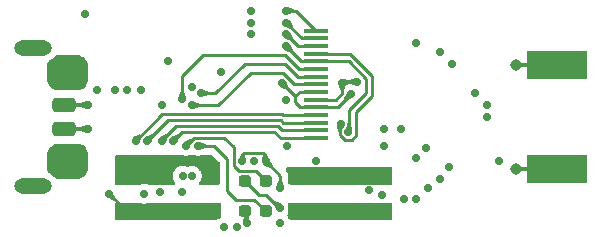
<source format=gtl>
G04 #@! TF.GenerationSoftware,KiCad,Pcbnew,9.0.0*
G04 #@! TF.CreationDate,2025-04-06T23:20:39+02:00*
G04 #@! TF.ProjectId,RF-to-USB,52462d74-6f2d-4555-9342-2e6b69636164,rev?*
G04 #@! TF.SameCoordinates,Original*
G04 #@! TF.FileFunction,Copper,L1,Top*
G04 #@! TF.FilePolarity,Positive*
%FSLAX46Y46*%
G04 Gerber Fmt 4.6, Leading zero omitted, Abs format (unit mm)*
G04 Created by KiCad (PCBNEW 9.0.0) date 2025-04-06 23:20:39*
%MOMM*%
%LPD*%
G01*
G04 APERTURE LIST*
G04 Aperture macros list*
%AMRoundRect*
0 Rectangle with rounded corners*
0 $1 Rounding radius*
0 $2 $3 $4 $5 $6 $7 $8 $9 X,Y pos of 4 corners*
0 Add a 4 corners polygon primitive as box body*
4,1,4,$2,$3,$4,$5,$6,$7,$8,$9,$2,$3,0*
0 Add four circle primitives for the rounded corners*
1,1,$1+$1,$2,$3*
1,1,$1+$1,$4,$5*
1,1,$1+$1,$6,$7*
1,1,$1+$1,$8,$9*
0 Add four rect primitives between the rounded corners*
20,1,$1+$1,$2,$3,$4,$5,0*
20,1,$1+$1,$4,$5,$6,$7,0*
20,1,$1+$1,$6,$7,$8,$9,0*
20,1,$1+$1,$8,$9,$2,$3,0*%
G04 Aperture macros list end*
G04 #@! TA.AperFunction,SMDPad,CuDef*
%ADD10RoundRect,0.060000X-0.940000X-0.140000X0.940000X-0.140000X0.940000X0.140000X-0.940000X0.140000X0*%
G04 #@! TD*
G04 #@! TA.AperFunction,SMDPad,CuDef*
%ADD11RoundRect,0.300000X0.700000X0.300000X-0.700000X0.300000X-0.700000X-0.300000X0.700000X-0.300000X0*%
G04 #@! TD*
G04 #@! TA.AperFunction,HeatsinkPad*
%ADD12O,3.200000X1.300000*%
G04 #@! TD*
G04 #@! TA.AperFunction,SMDPad,CuDef*
%ADD13RoundRect,0.210000X-0.590000X-0.490000X0.590000X-0.490000X0.590000X0.490000X-0.590000X0.490000X0*%
G04 #@! TD*
G04 #@! TA.AperFunction,SMDPad,CuDef*
%ADD14RoundRect,0.237500X-0.287500X-0.237500X0.287500X-0.237500X0.287500X0.237500X-0.287500X0.237500X0*%
G04 #@! TD*
G04 #@! TA.AperFunction,SMDPad,CuDef*
%ADD15R,5.080000X2.420000*%
G04 #@! TD*
G04 #@! TA.AperFunction,SMDPad,CuDef*
%ADD16R,0.950000X0.460000*%
G04 #@! TD*
G04 #@! TA.AperFunction,ComponentPad*
%ADD17C,0.970000*%
G04 #@! TD*
G04 #@! TA.AperFunction,ViaPad*
%ADD18C,0.700000*%
G04 #@! TD*
G04 #@! TA.AperFunction,Conductor*
%ADD19C,0.345000*%
G04 #@! TD*
G04 #@! TA.AperFunction,Conductor*
%ADD20C,0.280000*%
G04 #@! TD*
G04 #@! TA.AperFunction,Conductor*
%ADD21C,0.500000*%
G04 #@! TD*
G04 APERTURE END LIST*
D10*
X102000000Y-50300000D03*
X102000000Y-49650000D03*
X102000000Y-49000000D03*
X102000000Y-48350000D03*
X102000000Y-47700000D03*
X102000000Y-47050000D03*
X102000000Y-46400000D03*
X102000000Y-45750000D03*
X102000000Y-45100000D03*
X102000000Y-44450000D03*
X102000000Y-43800000D03*
X102000000Y-43150000D03*
X102000000Y-42500000D03*
X102000000Y-41850000D03*
X102000000Y-41200000D03*
D11*
X80675000Y-52000000D03*
X80675000Y-49500000D03*
X80675000Y-47500000D03*
X80675000Y-45000000D03*
D12*
X78075000Y-54350000D03*
X78075000Y-42650000D03*
D13*
X100400000Y-56500000D03*
X107600000Y-56500000D03*
X100400000Y-53500000D03*
X107600000Y-53500000D03*
X85900000Y-56500000D03*
X93100000Y-56500000D03*
X85900000Y-53500000D03*
X93100000Y-53500000D03*
D14*
X96000000Y-53910000D03*
X97750000Y-53910000D03*
X96000000Y-56500000D03*
X97750000Y-56500000D03*
D15*
X122430000Y-52880000D03*
X122430000Y-44120000D03*
D16*
X119440000Y-52880000D03*
X119440000Y-44120000D03*
D17*
X118990000Y-52880000D03*
X118990000Y-44120000D03*
D18*
X82750000Y-47500000D03*
X82750000Y-49500000D03*
X90706684Y-46986684D03*
X92240000Y-46520000D03*
X91490000Y-47520000D03*
X99490000Y-40520000D03*
X86740000Y-50520000D03*
X99490000Y-39520000D03*
X87740000Y-50520000D03*
X106490000Y-54720000D03*
X109250000Y-49500000D03*
X83490000Y-46270000D03*
X107750000Y-49500000D03*
X110500000Y-55500000D03*
X101990000Y-52270000D03*
X96490000Y-40520000D03*
X112500000Y-43000000D03*
X113250000Y-52750000D03*
X110500000Y-42250000D03*
X111500000Y-54500000D03*
X82175000Y-45770000D03*
X105490000Y-45520000D03*
X94190000Y-57850000D03*
X85990000Y-46270000D03*
X111351119Y-51102413D03*
X116500000Y-48500000D03*
X88990000Y-47520000D03*
X88832500Y-54862500D03*
X117490000Y-52270000D03*
X87490000Y-53770000D03*
X80740000Y-43770000D03*
X116500000Y-47500000D03*
X99521300Y-50997108D03*
X91490000Y-46020000D03*
X89550000Y-53520000D03*
X107750000Y-51000000D03*
X87240000Y-46270000D03*
X84990000Y-46270000D03*
X98990000Y-57520000D03*
X109480000Y-55500000D03*
X115500000Y-46500000D03*
X82175000Y-45020000D03*
X96490000Y-39520000D03*
X79990000Y-43770000D03*
X104240000Y-45619997D03*
X113500000Y-44000000D03*
X96490000Y-41520000D03*
X95290000Y-57820000D03*
X81490000Y-43770000D03*
X101990000Y-53520000D03*
X82175000Y-44270000D03*
X82240000Y-52770000D03*
X81425000Y-53270000D03*
X82240000Y-52020000D03*
X80675000Y-53270000D03*
X79925000Y-53270000D03*
X82240000Y-51270000D03*
X90990000Y-50961000D03*
X91490000Y-53520000D03*
X99137557Y-45682185D03*
X110500000Y-52000000D03*
X97750000Y-52250000D03*
X90740000Y-53520000D03*
X107590000Y-55120000D03*
X87490000Y-55020000D03*
X90690000Y-54862500D03*
X112500000Y-53750000D03*
X89490000Y-43820000D03*
X98990000Y-54520000D03*
X95750000Y-52250000D03*
X93990000Y-44680589D03*
X105002625Y-46560000D03*
X104112896Y-49114309D03*
X91990000Y-50961000D03*
X99490000Y-42520000D03*
X104750000Y-49750000D03*
X99490000Y-47060000D03*
X96740000Y-52270000D03*
X82490000Y-39770000D03*
X88990000Y-50532096D03*
X99514191Y-41520000D03*
X89950000Y-50520000D03*
X101740000Y-56500000D03*
X84490000Y-55020000D03*
X98990000Y-56190000D03*
X96175000Y-57520000D03*
D19*
X82750000Y-47500000D02*
X80675000Y-47500000D01*
X82750000Y-49500000D02*
X80675000Y-49500000D01*
D20*
X90706684Y-46986684D02*
X90706684Y-45053316D01*
X99357222Y-43270000D02*
X100537222Y-44450000D01*
X92490000Y-43270000D02*
X99357222Y-43270000D01*
X100537222Y-44450000D02*
X102000000Y-44450000D01*
X90706684Y-45053316D02*
X92490000Y-43270000D01*
X102000000Y-45100000D02*
X100506986Y-45100000D01*
X100506986Y-45100000D02*
X99426986Y-44020000D01*
X99426986Y-44020000D02*
X95990000Y-44020000D01*
X93490000Y-46520000D02*
X92240000Y-46520000D01*
X95990000Y-44020000D02*
X93490000Y-46520000D01*
X99201178Y-44770000D02*
X100181178Y-45750000D01*
X96490000Y-44770000D02*
X99201178Y-44770000D01*
X91490000Y-47520000D02*
X93740000Y-47520000D01*
X100181178Y-45750000D02*
X102000000Y-45750000D01*
X93740000Y-47520000D02*
X96490000Y-44770000D01*
X99490000Y-40520000D02*
X100820000Y-41850000D01*
X100820000Y-41850000D02*
X102000000Y-41850000D01*
X99250236Y-48350000D02*
X99170236Y-48270000D01*
X88990000Y-48270000D02*
X86740000Y-50520000D01*
X102000000Y-48350000D02*
X99250236Y-48350000D01*
X99170236Y-48270000D02*
X88990000Y-48270000D01*
X99490000Y-39520000D02*
X100320000Y-39520000D01*
X100320000Y-39520000D02*
X102000000Y-41200000D01*
X99220000Y-49000000D02*
X99028000Y-48808000D01*
X89452000Y-48808000D02*
X87740000Y-50520000D01*
X99028000Y-48808000D02*
X89452000Y-48808000D01*
X102000000Y-49000000D02*
X99220000Y-49000000D01*
D21*
X82155000Y-45000000D02*
X82175000Y-45020000D01*
X80675000Y-45000000D02*
X80675000Y-43835000D01*
D20*
X105490000Y-45520000D02*
X104339997Y-45520000D01*
D21*
X80675000Y-45000000D02*
X81445000Y-45000000D01*
X80675000Y-44585000D02*
X81490000Y-43770000D01*
X80675000Y-45000000D02*
X80675000Y-44455000D01*
D20*
X103699000Y-47050000D02*
X104240000Y-46509000D01*
D21*
X80675000Y-44455000D02*
X79990000Y-43770000D01*
X81445000Y-45000000D02*
X82175000Y-44270000D01*
X80675000Y-43835000D02*
X80740000Y-43770000D01*
D20*
X102000000Y-47050000D02*
X103699000Y-47050000D01*
X104240000Y-46509000D02*
X104240000Y-45619997D01*
D21*
X80675000Y-45000000D02*
X80675000Y-44585000D01*
X80675000Y-45000000D02*
X82155000Y-45000000D01*
X80675000Y-45000000D02*
X81405000Y-45000000D01*
X81405000Y-45000000D02*
X82175000Y-45770000D01*
D20*
X104339997Y-45520000D02*
X104240000Y-45619997D01*
D21*
X81405000Y-51270000D02*
X80675000Y-52000000D01*
X81445000Y-52770000D02*
X80675000Y-52000000D01*
X80695000Y-52020000D02*
X80675000Y-52000000D01*
X80675000Y-53270000D02*
X80675000Y-52000000D01*
X82240000Y-52770000D02*
X81445000Y-52770000D01*
X81425000Y-52750000D02*
X80675000Y-52000000D01*
X82240000Y-52020000D02*
X80695000Y-52020000D01*
X79925000Y-52750000D02*
X80675000Y-52000000D01*
X82240000Y-51270000D02*
X81405000Y-51270000D01*
X81425000Y-53270000D02*
X81425000Y-52750000D01*
X79925000Y-53270000D02*
X79925000Y-52750000D01*
D20*
X95466296Y-53094000D02*
X96934000Y-53094000D01*
X96934000Y-53094000D02*
X97750000Y-53910000D01*
X94240000Y-50270000D02*
X95059000Y-51089000D01*
X95059000Y-52686704D02*
X95466296Y-53094000D01*
X90990000Y-51020000D02*
X90990000Y-50961000D01*
X91681000Y-50270000D02*
X94240000Y-50270000D01*
X90990000Y-50961000D02*
X91681000Y-50270000D01*
X95059000Y-51089000D02*
X95059000Y-52686704D01*
X103862625Y-47700000D02*
X102000000Y-47700000D01*
X100629836Y-46369000D02*
X100240000Y-46758836D01*
X100670000Y-47700000D02*
X100240000Y-47270000D01*
X101969000Y-46369000D02*
X100629836Y-46369000D01*
X99137557Y-45682185D02*
X99163349Y-45682185D01*
X97750000Y-51780000D02*
X97750000Y-52250000D01*
X105002625Y-46560000D02*
X103862625Y-47700000D01*
X95750000Y-51760000D02*
X95931000Y-51579000D01*
X95750000Y-52250000D02*
X95750000Y-51760000D01*
X98990000Y-53490000D02*
X97750000Y-52250000D01*
X102000000Y-47700000D02*
X100670000Y-47700000D01*
X99163349Y-45682185D02*
X100240000Y-46758836D01*
X95931000Y-51579000D02*
X97549000Y-51579000D01*
X97549000Y-51579000D02*
X97750000Y-51780000D01*
X102000000Y-46400000D02*
X101969000Y-46369000D01*
X98990000Y-54520000D02*
X98990000Y-53490000D01*
X100240000Y-47270000D02*
X100240000Y-46758836D01*
X106740000Y-46770000D02*
X106740000Y-45020000D01*
X104059000Y-50036222D02*
X104463778Y-50441000D01*
X104463778Y-50441000D02*
X105036222Y-50441000D01*
X106740000Y-45020000D02*
X104870000Y-43150000D01*
X105036222Y-50441000D02*
X105441000Y-50036222D01*
X104112896Y-49114309D02*
X104059000Y-49168205D01*
X105441000Y-50036222D02*
X105441000Y-48069000D01*
X104059000Y-49168205D02*
X104059000Y-50036222D01*
X105441000Y-48069000D02*
X106740000Y-46770000D01*
X104870000Y-43150000D02*
X102000000Y-43150000D01*
X91990000Y-50961000D02*
X93372061Y-50961000D01*
X94490000Y-52078939D02*
X94490000Y-54770000D01*
X94490000Y-54770000D02*
X95240000Y-55520000D01*
X97750000Y-56500000D02*
X98018659Y-56500000D01*
X96770000Y-55520000D02*
X97750000Y-56500000D01*
X93372061Y-50961000D02*
X94490000Y-52078939D01*
X95240000Y-55520000D02*
X96770000Y-55520000D01*
X106240000Y-45270000D02*
X104770000Y-43800000D01*
X100770000Y-43800000D02*
X102000000Y-43800000D01*
X104803896Y-49696104D02*
X104803896Y-47956104D01*
X104750000Y-49750000D02*
X104803896Y-49696104D01*
X106240000Y-46520000D02*
X106240000Y-45270000D01*
X99490000Y-42520000D02*
X100770000Y-43800000D01*
X104770000Y-43800000D02*
X102000000Y-43800000D01*
X104803896Y-47956104D02*
X106240000Y-46520000D01*
X98759000Y-49289000D02*
X90203778Y-49289000D01*
X99120000Y-49650000D02*
X98759000Y-49289000D01*
X88990000Y-50502778D02*
X88990000Y-50532096D01*
X90203778Y-49289000D02*
X88990000Y-50502778D01*
X102000000Y-49650000D02*
X99120000Y-49650000D01*
X100950000Y-42520000D02*
X100970000Y-42500000D01*
X99514191Y-41520000D02*
X100514191Y-42520000D01*
X100970000Y-42500000D02*
X102000000Y-42500000D01*
X100514191Y-42520000D02*
X100950000Y-42520000D01*
X99020000Y-50300000D02*
X102000000Y-50300000D01*
X98490000Y-49770000D02*
X99020000Y-50300000D01*
X90700000Y-49770000D02*
X98490000Y-49770000D01*
X89950000Y-50520000D02*
X90700000Y-49770000D01*
D21*
X101740000Y-56500000D02*
X100400000Y-56500000D01*
X107600000Y-56500000D02*
X101740000Y-56500000D01*
X93100000Y-56500000D02*
X85900000Y-56500000D01*
D20*
X85900000Y-56430000D02*
X84490000Y-55020000D01*
X85900000Y-56500000D02*
X85900000Y-56430000D01*
X97820000Y-55120000D02*
X98890000Y-56190000D01*
X97210000Y-55120000D02*
X97820000Y-55120000D01*
X96000000Y-53910000D02*
X97210000Y-55120000D01*
X96000000Y-56853790D02*
X96000000Y-56500000D01*
X96175000Y-57028790D02*
X96000000Y-56853790D01*
X96175000Y-57235000D02*
X96175000Y-57028790D01*
G04 #@! TA.AperFunction,Conductor*
G36*
X81746061Y-43270597D02*
G01*
X81922941Y-43288018D01*
X81946769Y-43292757D01*
X82111001Y-43342576D01*
X82133453Y-43351877D01*
X82222554Y-43399502D01*
X82284798Y-43432772D01*
X82305010Y-43446277D01*
X82437666Y-43555145D01*
X82454854Y-43572333D01*
X82563722Y-43704989D01*
X82577227Y-43725201D01*
X82658121Y-43876543D01*
X82667424Y-43899001D01*
X82717240Y-44063224D01*
X82721982Y-44087065D01*
X82739403Y-44263938D01*
X82740000Y-44276092D01*
X82740000Y-45263907D01*
X82739403Y-45276061D01*
X82721982Y-45452934D01*
X82717240Y-45476775D01*
X82667424Y-45640998D01*
X82658121Y-45663456D01*
X82577227Y-45814798D01*
X82563722Y-45835010D01*
X82454854Y-45967666D01*
X82437666Y-45984854D01*
X82305010Y-46093722D01*
X82284798Y-46107227D01*
X82133456Y-46188121D01*
X82110998Y-46197424D01*
X81946775Y-46247240D01*
X81922934Y-46251982D01*
X81746061Y-46269403D01*
X81733907Y-46270000D01*
X80246093Y-46270000D01*
X80233939Y-46269403D01*
X80057065Y-46251982D01*
X80033224Y-46247240D01*
X79869001Y-46197424D01*
X79846543Y-46188121D01*
X79695201Y-46107227D01*
X79674989Y-46093722D01*
X79542333Y-45984854D01*
X79525145Y-45967666D01*
X79416277Y-45835010D01*
X79402772Y-45814798D01*
X79321878Y-45663456D01*
X79312575Y-45640998D01*
X79262757Y-45476769D01*
X79258018Y-45452941D01*
X79240597Y-45276061D01*
X79240000Y-45263907D01*
X79240000Y-44276092D01*
X79240597Y-44263938D01*
X79258018Y-44087056D01*
X79262757Y-44063232D01*
X79312577Y-43898994D01*
X79321870Y-43876558D01*
X79371625Y-43783473D01*
X79420583Y-43733635D01*
X79442656Y-43724003D01*
X79466639Y-43716211D01*
X79627994Y-43633996D01*
X79774501Y-43527553D01*
X79902553Y-43399501D01*
X79940613Y-43347115D01*
X79958401Y-43333398D01*
X79972961Y-43316289D01*
X79992333Y-43307231D01*
X79995940Y-43304451D01*
X80004923Y-43301344D01*
X80033228Y-43292758D01*
X80057052Y-43288019D01*
X80233939Y-43270597D01*
X80246093Y-43270000D01*
X81733907Y-43270000D01*
X81746061Y-43270597D01*
G37*
G04 #@! TD.AperFunction*
G04 #@! TA.AperFunction,Conductor*
G36*
X87100984Y-55779439D02*
G01*
X87151786Y-55800481D01*
X87241918Y-55837816D01*
X87406228Y-55870499D01*
X87406232Y-55870500D01*
X87406233Y-55870500D01*
X87573768Y-55870500D01*
X87573769Y-55870499D01*
X87738082Y-55837816D01*
X87844033Y-55793929D01*
X87879016Y-55779439D01*
X87926469Y-55770000D01*
X93866000Y-55770000D01*
X93933039Y-55789685D01*
X93978794Y-55842489D01*
X93990000Y-55894000D01*
X93990000Y-56929413D01*
X93970315Y-56996452D01*
X93917511Y-57042207D01*
X93913453Y-57043974D01*
X93787139Y-57096295D01*
X93647837Y-57189373D01*
X93647834Y-57189376D01*
X93603532Y-57233680D01*
X93542209Y-57267166D01*
X93515850Y-57270000D01*
X85114000Y-57270000D01*
X85046961Y-57250315D01*
X85001206Y-57197511D01*
X84990000Y-57146000D01*
X84990000Y-55894000D01*
X85009685Y-55826961D01*
X85062489Y-55781206D01*
X85114000Y-55770000D01*
X87053531Y-55770000D01*
X87100984Y-55779439D01*
G37*
G04 #@! TD.AperFunction*
G04 #@! TA.AperFunction,Conductor*
G36*
X107061359Y-55789685D02*
G01*
X107063211Y-55790898D01*
X107187137Y-55873703D01*
X107341918Y-55937816D01*
X107506228Y-55970499D01*
X107506232Y-55970500D01*
X107506233Y-55970500D01*
X107673768Y-55970500D01*
X107673769Y-55970499D01*
X107838082Y-55937816D01*
X107992863Y-55873703D01*
X108116789Y-55790898D01*
X108134835Y-55785247D01*
X108150745Y-55775023D01*
X108181706Y-55770571D01*
X108183467Y-55770020D01*
X108185680Y-55770000D01*
X108366000Y-55770000D01*
X108433039Y-55789685D01*
X108478794Y-55842489D01*
X108490000Y-55894000D01*
X108490000Y-57146000D01*
X108470315Y-57213039D01*
X108417511Y-57258794D01*
X108366000Y-57270000D01*
X99889876Y-57270000D01*
X99822837Y-57250315D01*
X99777082Y-57197511D01*
X99775315Y-57193454D01*
X99743703Y-57117137D01*
X99650626Y-56977837D01*
X99650623Y-56977834D01*
X99615470Y-56942682D01*
X99581984Y-56881360D01*
X99586968Y-56811668D01*
X99615470Y-56767318D01*
X99650626Y-56732162D01*
X99673661Y-56697688D01*
X99743703Y-56592863D01*
X99807816Y-56438082D01*
X99840500Y-56273767D01*
X99840500Y-56106233D01*
X99807816Y-55941918D01*
X99807623Y-55941453D01*
X99807595Y-55941192D01*
X99806048Y-55936091D01*
X99807015Y-55935797D01*
X99800154Y-55871987D01*
X99831427Y-55809507D01*
X99891515Y-55773853D01*
X99922184Y-55770000D01*
X106994320Y-55770000D01*
X107061359Y-55789685D01*
G37*
G04 #@! TD.AperFunction*
G04 #@! TA.AperFunction,Conductor*
G36*
X90735828Y-51777927D02*
G01*
X90736095Y-51777049D01*
X90741925Y-51778818D01*
X90906228Y-51811499D01*
X90906232Y-51811500D01*
X90906233Y-51811500D01*
X91073768Y-51811500D01*
X91073769Y-51811499D01*
X91128538Y-51800605D01*
X91238074Y-51778818D01*
X91238077Y-51778816D01*
X91238082Y-51778816D01*
X91238085Y-51778814D01*
X91243905Y-51777049D01*
X91244171Y-51777927D01*
X91284030Y-51770000D01*
X91695970Y-51770000D01*
X91735828Y-51777927D01*
X91736095Y-51777049D01*
X91741925Y-51778818D01*
X91906228Y-51811499D01*
X91906232Y-51811500D01*
X91906233Y-51811500D01*
X92073768Y-51811500D01*
X92073769Y-51811499D01*
X92238082Y-51778816D01*
X92238091Y-51778812D01*
X92243912Y-51777047D01*
X92244179Y-51777928D01*
X92284031Y-51770000D01*
X93223895Y-51770000D01*
X93290934Y-51789685D01*
X93311576Y-51806319D01*
X93813181Y-52307924D01*
X93846666Y-52369247D01*
X93849500Y-52395605D01*
X93849500Y-54146000D01*
X93829815Y-54213039D01*
X93777011Y-54258794D01*
X93725500Y-54270000D01*
X92242151Y-54270000D01*
X92175112Y-54250315D01*
X92129357Y-54197511D01*
X92119413Y-54128353D01*
X92147291Y-54067307D01*
X92146761Y-54066872D01*
X92148405Y-54064868D01*
X92148438Y-54064797D01*
X92148656Y-54064562D01*
X92150626Y-54062162D01*
X92243703Y-53922863D01*
X92307816Y-53768082D01*
X92340500Y-53603767D01*
X92340500Y-53436233D01*
X92307816Y-53271918D01*
X92243703Y-53117137D01*
X92212537Y-53070494D01*
X92150626Y-52977837D01*
X92032162Y-52859373D01*
X91892860Y-52766295D01*
X91738082Y-52702184D01*
X91738074Y-52702182D01*
X91573771Y-52669500D01*
X91573767Y-52669500D01*
X91406233Y-52669500D01*
X91406228Y-52669500D01*
X91241925Y-52702182D01*
X91241913Y-52702185D01*
X91162452Y-52735099D01*
X91092983Y-52742568D01*
X91067548Y-52735099D01*
X90988086Y-52702185D01*
X90988074Y-52702182D01*
X90823771Y-52669500D01*
X90823767Y-52669500D01*
X90656233Y-52669500D01*
X90656228Y-52669500D01*
X90491925Y-52702182D01*
X90491917Y-52702184D01*
X90337139Y-52766295D01*
X90197837Y-52859373D01*
X90079373Y-52977837D01*
X89986295Y-53117139D01*
X89922184Y-53271917D01*
X89922182Y-53271925D01*
X89889500Y-53436228D01*
X89889500Y-53603771D01*
X89922182Y-53768074D01*
X89922184Y-53768082D01*
X89986295Y-53922860D01*
X90079373Y-54062162D01*
X90083239Y-54066872D01*
X90081140Y-54068594D01*
X90109015Y-54119642D01*
X90104031Y-54189334D01*
X90062159Y-54245267D01*
X89996695Y-54269684D01*
X89987849Y-54270000D01*
X87926469Y-54270000D01*
X87879016Y-54260561D01*
X87738082Y-54202184D01*
X87738074Y-54202182D01*
X87573771Y-54169500D01*
X87573767Y-54169500D01*
X87406233Y-54169500D01*
X87406228Y-54169500D01*
X87241925Y-54202182D01*
X87241917Y-54202184D01*
X87100984Y-54260561D01*
X87053531Y-54270000D01*
X85114000Y-54270000D01*
X85046961Y-54250315D01*
X85001206Y-54197511D01*
X84990000Y-54146000D01*
X84990000Y-51894000D01*
X85009685Y-51826961D01*
X85062489Y-51781206D01*
X85114000Y-51770000D01*
X90695970Y-51770000D01*
X90735828Y-51777927D01*
G37*
G04 #@! TD.AperFunction*
G04 #@! TA.AperFunction,Conductor*
G36*
X108433039Y-52789685D02*
G01*
X108478794Y-52842489D01*
X108490000Y-52894000D01*
X108490000Y-54146000D01*
X108470315Y-54213039D01*
X108417511Y-54258794D01*
X108366000Y-54270000D01*
X107676281Y-54270000D01*
X107673767Y-54269500D01*
X107506233Y-54269500D01*
X107503719Y-54270000D01*
X99895799Y-54270000D01*
X99828760Y-54250315D01*
X99783005Y-54197511D01*
X99777879Y-54184352D01*
X99765405Y-54146000D01*
X99636580Y-53749907D01*
X99630500Y-53711555D01*
X99630500Y-53426913D01*
X99630499Y-53426911D01*
X99605887Y-53303180D01*
X99605886Y-53303173D01*
X99605884Y-53303168D01*
X99557605Y-53186611D01*
X99557603Y-53186607D01*
X99510898Y-53116708D01*
X99505247Y-53098663D01*
X99495023Y-53082753D01*
X99490571Y-53051791D01*
X99490020Y-53050031D01*
X99490000Y-53047818D01*
X99490000Y-52894000D01*
X99509685Y-52826961D01*
X99562489Y-52781206D01*
X99614000Y-52770000D01*
X108366000Y-52770000D01*
X108433039Y-52789685D01*
G37*
G04 #@! TD.AperFunction*
G04 #@! TA.AperFunction,Conductor*
G36*
X81746061Y-50770597D02*
G01*
X81922941Y-50788018D01*
X81946769Y-50792757D01*
X82111001Y-50842576D01*
X82133453Y-50851877D01*
X82284798Y-50932772D01*
X82305010Y-50946277D01*
X82437666Y-51055145D01*
X82454854Y-51072333D01*
X82563722Y-51204989D01*
X82577227Y-51225201D01*
X82658121Y-51376543D01*
X82667424Y-51399001D01*
X82717240Y-51563224D01*
X82721982Y-51587065D01*
X82739403Y-51763938D01*
X82740000Y-51776092D01*
X82740000Y-52763907D01*
X82739403Y-52776061D01*
X82721982Y-52952934D01*
X82717240Y-52976775D01*
X82667424Y-53140998D01*
X82658121Y-53163456D01*
X82577227Y-53314798D01*
X82563722Y-53335010D01*
X82454854Y-53467666D01*
X82437666Y-53484854D01*
X82305010Y-53593722D01*
X82284798Y-53607227D01*
X82133456Y-53688121D01*
X82110998Y-53697424D01*
X81946775Y-53747240D01*
X81922934Y-53751982D01*
X81746061Y-53769403D01*
X81733907Y-53770000D01*
X80246093Y-53770000D01*
X80233939Y-53769403D01*
X80210926Y-53767136D01*
X80064611Y-53752725D01*
X79999824Y-53726564D01*
X79976450Y-53702210D01*
X79902553Y-53600499D01*
X79774501Y-53472447D01*
X79774499Y-53472445D01*
X79774494Y-53472441D01*
X79627997Y-53366006D01*
X79627996Y-53366005D01*
X79627994Y-53366004D01*
X79567165Y-53335010D01*
X79466639Y-53283788D01*
X79466636Y-53283787D01*
X79416788Y-53267591D01*
X79392426Y-53250932D01*
X79366646Y-53236556D01*
X79361844Y-53230021D01*
X79359112Y-53228153D01*
X79345748Y-53208114D01*
X79321877Y-53163453D01*
X79312575Y-53140998D01*
X79262757Y-52976769D01*
X79258018Y-52952941D01*
X79240597Y-52776061D01*
X79240000Y-52763907D01*
X79240000Y-51776092D01*
X79240597Y-51763938D01*
X79258018Y-51587056D01*
X79262757Y-51563232D01*
X79312577Y-51398994D01*
X79321875Y-51376549D01*
X79402775Y-51225195D01*
X79416272Y-51204995D01*
X79525149Y-51072328D01*
X79542328Y-51055149D01*
X79674995Y-50946272D01*
X79695195Y-50932775D01*
X79846549Y-50851875D01*
X79868994Y-50842577D01*
X80033232Y-50792757D01*
X80057056Y-50788018D01*
X80233939Y-50770597D01*
X80246093Y-50770000D01*
X81733907Y-50770000D01*
X81746061Y-50770597D01*
G37*
G04 #@! TD.AperFunction*
G04 #@! TA.AperFunction,Conductor*
G36*
X82678525Y-47161149D02*
G01*
X82684011Y-47168226D01*
X82684194Y-47168995D01*
X82750532Y-47497685D01*
X82750532Y-47502315D01*
X82684194Y-47831004D01*
X82679198Y-47838435D01*
X82670410Y-47840158D01*
X82669641Y-47839975D01*
X82065341Y-47674854D01*
X82058264Y-47669368D01*
X82056725Y-47663568D01*
X82056725Y-47336431D01*
X82060152Y-47328158D01*
X82065338Y-47325146D01*
X82669643Y-47160024D01*
X82678525Y-47161149D01*
G37*
G04 #@! TD.AperFunction*
G04 #@! TA.AperFunction,Conductor*
G36*
X82678525Y-49161149D02*
G01*
X82684011Y-49168226D01*
X82684194Y-49168995D01*
X82750532Y-49497685D01*
X82750532Y-49502315D01*
X82684194Y-49831004D01*
X82679198Y-49838435D01*
X82670410Y-49840158D01*
X82669641Y-49839975D01*
X82065341Y-49674854D01*
X82058264Y-49669368D01*
X82056725Y-49663568D01*
X82056725Y-49336431D01*
X82060152Y-49328158D01*
X82065338Y-49325146D01*
X82669643Y-49160024D01*
X82678525Y-49161149D01*
G37*
G04 #@! TD.AperFunction*
G04 #@! TA.AperFunction,Conductor*
G36*
X90846459Y-46296836D02*
G01*
X90849312Y-46301490D01*
X91045896Y-46905912D01*
X91045196Y-46914840D01*
X91038389Y-46920657D01*
X91037085Y-46921000D01*
X90708999Y-46987216D01*
X90704369Y-46987216D01*
X90376282Y-46921000D01*
X90368851Y-46916004D01*
X90367128Y-46907216D01*
X90367471Y-46905912D01*
X90564056Y-46301490D01*
X90569873Y-46294683D01*
X90575182Y-46293409D01*
X90838186Y-46293409D01*
X90846459Y-46296836D01*
G37*
G04 #@! TD.AperFunction*
G04 #@! TA.AperFunction,Conductor*
G36*
X92320771Y-46180787D02*
G01*
X92925195Y-46377372D01*
X92932001Y-46383188D01*
X92933275Y-46388497D01*
X92933275Y-46651502D01*
X92929848Y-46659775D01*
X92925194Y-46662628D01*
X92320771Y-46859212D01*
X92311843Y-46858512D01*
X92306026Y-46851705D01*
X92305685Y-46850412D01*
X92239467Y-46522313D01*
X92239467Y-46517685D01*
X92305684Y-46189596D01*
X92310679Y-46182167D01*
X92319467Y-46180444D01*
X92320771Y-46180787D01*
G37*
G04 #@! TD.AperFunction*
G04 #@! TA.AperFunction,Conductor*
G36*
X91570771Y-47180787D02*
G01*
X92175195Y-47377372D01*
X92182001Y-47383188D01*
X92183275Y-47388497D01*
X92183275Y-47651502D01*
X92179848Y-47659775D01*
X92175194Y-47662628D01*
X91570771Y-47859212D01*
X91561843Y-47858512D01*
X91556026Y-47851705D01*
X91555685Y-47850412D01*
X91489467Y-47522313D01*
X91489467Y-47517685D01*
X91555684Y-47189596D01*
X91560679Y-47182167D01*
X91569467Y-47180444D01*
X91570771Y-47180787D01*
G37*
G04 #@! TD.AperFunction*
G04 #@! TA.AperFunction,Conductor*
G36*
X99786292Y-40336088D02*
G01*
X99786972Y-40337252D01*
X100028191Y-40811014D01*
X100075358Y-40903650D01*
X100076058Y-40912578D01*
X100073205Y-40917232D01*
X99889849Y-41100588D01*
X99881576Y-41104015D01*
X99873303Y-41100588D01*
X99852207Y-41079492D01*
X99852202Y-41079488D01*
X99726678Y-41007016D01*
X99726674Y-41007014D01*
X99630398Y-40981218D01*
X99628117Y-40980343D01*
X99492365Y-40911224D01*
X99307252Y-40816972D01*
X99301435Y-40810165D01*
X99302135Y-40801237D01*
X99302805Y-40800089D01*
X99487989Y-40521255D01*
X99491255Y-40517989D01*
X99770075Y-40332814D01*
X99778861Y-40331092D01*
X99786292Y-40336088D01*
G37*
G04 #@! TD.AperFunction*
G04 #@! TA.AperFunction,Conductor*
G36*
X87137232Y-49936794D02*
G01*
X87323205Y-50122767D01*
X87326632Y-50131040D01*
X87325358Y-50136349D01*
X87305692Y-50174972D01*
X87303540Y-50177935D01*
X87299490Y-50181985D01*
X87227016Y-50307512D01*
X87227014Y-50307516D01*
X87214901Y-50352726D01*
X87214026Y-50355007D01*
X87036972Y-50702747D01*
X87030165Y-50708564D01*
X87021237Y-50707864D01*
X87020077Y-50707186D01*
X86741258Y-50522012D01*
X86737987Y-50518741D01*
X86552814Y-50239924D01*
X86551092Y-50231138D01*
X86556088Y-50223707D01*
X86557240Y-50223033D01*
X87123653Y-49934640D01*
X87132578Y-49933941D01*
X87137232Y-49936794D01*
G37*
G04 #@! TD.AperFunction*
G04 #@! TA.AperFunction,Conductor*
G36*
X99570771Y-39180787D02*
G01*
X100175195Y-39377372D01*
X100182001Y-39383188D01*
X100183275Y-39388497D01*
X100183275Y-39651502D01*
X100179848Y-39659775D01*
X100175194Y-39662628D01*
X99570771Y-39859212D01*
X99561843Y-39858512D01*
X99556026Y-39851705D01*
X99555685Y-39850412D01*
X99489467Y-39522313D01*
X99489467Y-39517685D01*
X99555684Y-39189596D01*
X99560679Y-39182167D01*
X99569467Y-39180444D01*
X99570771Y-39180787D01*
G37*
G04 #@! TD.AperFunction*
G04 #@! TA.AperFunction,Conductor*
G36*
X88137232Y-49936794D02*
G01*
X88323205Y-50122767D01*
X88326632Y-50131040D01*
X88325358Y-50136349D01*
X88036972Y-50702747D01*
X88030165Y-50708564D01*
X88021237Y-50707864D01*
X88020077Y-50707186D01*
X87741258Y-50522012D01*
X87737987Y-50518741D01*
X87552814Y-50239924D01*
X87551092Y-50231138D01*
X87556088Y-50223707D01*
X87557240Y-50223033D01*
X88123653Y-49934640D01*
X88132578Y-49933941D01*
X88137232Y-49936794D01*
G37*
G04 #@! TD.AperFunction*
G04 #@! TA.AperFunction,Conductor*
G36*
X81083275Y-43838282D02*
G01*
X80925000Y-44463275D01*
X80425000Y-44463275D01*
X80396725Y-43838282D01*
X80740000Y-43769000D01*
X81083275Y-43838282D01*
G37*
G04 #@! TD.AperFunction*
G04 #@! TA.AperFunction,Conductor*
G36*
X104910386Y-45378354D02*
G01*
X104917973Y-45383109D01*
X104920138Y-45389890D01*
X104920138Y-45652876D01*
X104916711Y-45661149D01*
X104913810Y-45663270D01*
X104443718Y-45906221D01*
X104434795Y-45906975D01*
X104428633Y-45902350D01*
X104266638Y-45661149D01*
X104241720Y-45624048D01*
X104239953Y-45615273D01*
X104306040Y-45287829D01*
X104311036Y-45280399D01*
X104319455Y-45278608D01*
X104910386Y-45378354D01*
G37*
G04 #@! TD.AperFunction*
G04 #@! TA.AperFunction,Conductor*
G36*
X105418156Y-45181487D02*
G01*
X105423973Y-45188294D01*
X105424316Y-45189598D01*
X105490532Y-45517685D01*
X105490532Y-45522315D01*
X105424316Y-45850401D01*
X105419320Y-45857832D01*
X105410532Y-45859555D01*
X105409228Y-45859212D01*
X104804806Y-45662628D01*
X104797999Y-45656811D01*
X104796725Y-45651502D01*
X104796725Y-45388497D01*
X104800152Y-45380224D01*
X104804803Y-45377372D01*
X105409228Y-45180787D01*
X105418156Y-45181487D01*
G37*
G04 #@! TD.AperFunction*
G04 #@! TA.AperFunction,Conductor*
G36*
X81490707Y-43769293D02*
G01*
X81684450Y-44061014D01*
X81176558Y-44436996D01*
X80823004Y-44083442D01*
X81198986Y-43575550D01*
X81490707Y-43769293D01*
G37*
G04 #@! TD.AperFunction*
G04 #@! TA.AperFunction,Conductor*
G36*
X80656996Y-44083442D02*
G01*
X80303442Y-44436996D01*
X79795550Y-44061014D01*
X79989293Y-43769293D01*
X80281014Y-43575550D01*
X80656996Y-44083442D01*
G37*
G04 #@! TD.AperFunction*
G04 #@! TA.AperFunction,Conductor*
G36*
X82175707Y-44269293D02*
G01*
X82369450Y-44561014D01*
X81861558Y-44936996D01*
X81508004Y-44583442D01*
X81883986Y-44075550D01*
X82175707Y-44269293D01*
G37*
G04 #@! TD.AperFunction*
G04 #@! TA.AperFunction,Conductor*
G36*
X104570402Y-45685680D02*
G01*
X104577832Y-45690676D01*
X104579555Y-45699464D01*
X104579212Y-45700768D01*
X104382628Y-46305191D01*
X104376811Y-46311998D01*
X104371502Y-46313272D01*
X104108498Y-46313272D01*
X104100225Y-46309845D01*
X104097372Y-46305191D01*
X103900787Y-45700768D01*
X103901487Y-45691840D01*
X103908294Y-45686023D01*
X103909583Y-45685683D01*
X104237686Y-45619464D01*
X104242314Y-45619464D01*
X104570402Y-45685680D01*
G37*
G04 #@! TD.AperFunction*
G04 #@! TA.AperFunction,Conductor*
G36*
X82176000Y-45020000D02*
G01*
X82106718Y-45363275D01*
X81481725Y-45250000D01*
X81481725Y-44750000D01*
X82106718Y-44676725D01*
X82176000Y-45020000D01*
G37*
G04 #@! TD.AperFunction*
G04 #@! TA.AperFunction,Conductor*
G36*
X82369450Y-45478986D02*
G01*
X82175707Y-45770707D01*
X81883986Y-45964450D01*
X81508004Y-45456558D01*
X81861558Y-45103004D01*
X82369450Y-45478986D01*
G37*
G04 #@! TD.AperFunction*
G04 #@! TA.AperFunction,Conductor*
G36*
X81018275Y-53201718D02*
G01*
X80675000Y-53271000D01*
X80331725Y-53201718D01*
X80425000Y-52576725D01*
X80925000Y-52576725D01*
X81018275Y-53201718D01*
G37*
G04 #@! TD.AperFunction*
G04 #@! TA.AperFunction,Conductor*
G36*
X82241000Y-52770000D02*
G01*
X82171718Y-53113275D01*
X81546725Y-53020000D01*
X81546725Y-52520000D01*
X82171718Y-52426725D01*
X82241000Y-52770000D01*
G37*
G04 #@! TD.AperFunction*
G04 #@! TA.AperFunction,Conductor*
G36*
X82241000Y-52020000D02*
G01*
X82171718Y-52363275D01*
X81546725Y-52270000D01*
X81546725Y-51770000D01*
X82171718Y-51676725D01*
X82241000Y-52020000D01*
G37*
G04 #@! TD.AperFunction*
G04 #@! TA.AperFunction,Conductor*
G36*
X82241000Y-51270000D02*
G01*
X82171718Y-51613275D01*
X81546725Y-51520000D01*
X81546725Y-51020000D01*
X82171718Y-50926725D01*
X82241000Y-51270000D01*
G37*
G04 #@! TD.AperFunction*
G04 #@! TA.AperFunction,Conductor*
G36*
X81768275Y-53201718D02*
G01*
X81425707Y-53270707D01*
X81081725Y-53201718D01*
X81125700Y-52804252D01*
X81479252Y-52450700D01*
X81768275Y-53201718D01*
G37*
G04 #@! TD.AperFunction*
G04 #@! TA.AperFunction,Conductor*
G36*
X80224300Y-52804252D02*
G01*
X80268275Y-53201718D01*
X79924293Y-53270707D01*
X79581725Y-53201718D01*
X79870748Y-52450700D01*
X80224300Y-52804252D01*
G37*
G04 #@! TD.AperFunction*
G04 #@! TA.AperFunction,Conductor*
G36*
X91387232Y-50377794D02*
G01*
X91573205Y-50563767D01*
X91576632Y-50572040D01*
X91575358Y-50577349D01*
X91555692Y-50615972D01*
X91553540Y-50618935D01*
X91549490Y-50622985D01*
X91477016Y-50748512D01*
X91477014Y-50748516D01*
X91464901Y-50793726D01*
X91464026Y-50796007D01*
X91286972Y-51143747D01*
X91280165Y-51149564D01*
X91271237Y-51148864D01*
X91270077Y-51148186D01*
X90991258Y-50963012D01*
X90987987Y-50959741D01*
X90802814Y-50680924D01*
X90801092Y-50672138D01*
X90806088Y-50664707D01*
X90807240Y-50664033D01*
X91373653Y-50375640D01*
X91382578Y-50374941D01*
X91387232Y-50377794D01*
G37*
G04 #@! TD.AperFunction*
G04 #@! TA.AperFunction,Conductor*
G36*
X97697501Y-51533286D02*
G01*
X97699006Y-51535133D01*
X98034655Y-52045874D01*
X98036334Y-52054670D01*
X98031404Y-52062010D01*
X97754754Y-52247986D01*
X97745977Y-52249758D01*
X97745926Y-52249748D01*
X97418053Y-52183990D01*
X97410616Y-52179003D01*
X97408855Y-52170361D01*
X97429180Y-52062010D01*
X97492459Y-51724670D01*
X97495682Y-51718559D01*
X97680956Y-51533285D01*
X97689228Y-51529859D01*
X97697501Y-51533286D01*
G37*
G04 #@! TD.AperFunction*
G04 #@! TA.AperFunction,Conductor*
G36*
X104721387Y-46372135D02*
G01*
X104722542Y-46372810D01*
X105001366Y-46557987D01*
X105004638Y-46561259D01*
X105189809Y-46840073D01*
X105191532Y-46848861D01*
X105186536Y-46856292D01*
X105185372Y-46856972D01*
X104618974Y-47145358D01*
X104610046Y-47146058D01*
X104605392Y-47143205D01*
X104419419Y-46957232D01*
X104415992Y-46948959D01*
X104417264Y-46943655D01*
X104705653Y-46377250D01*
X104712459Y-46371435D01*
X104721387Y-46372135D01*
G37*
G04 #@! TD.AperFunction*
G04 #@! TA.AperFunction,Conductor*
G36*
X95803070Y-51526023D02*
G01*
X95805151Y-51527677D01*
X95990294Y-51712820D01*
X95993458Y-51718628D01*
X96090774Y-52170114D01*
X96089168Y-52178923D01*
X96081802Y-52184016D01*
X96081638Y-52184051D01*
X95754073Y-52249748D01*
X95745287Y-52248014D01*
X95745245Y-52247986D01*
X95468370Y-52061858D01*
X95463415Y-52054398D01*
X95464970Y-52045956D01*
X95669143Y-51718628D01*
X95786951Y-51529757D01*
X95794237Y-51524552D01*
X95803070Y-51526023D01*
G37*
G04 #@! TD.AperFunction*
G04 #@! TA.AperFunction,Conductor*
G36*
X98046292Y-52066088D02*
G01*
X98046972Y-52067252D01*
X98288191Y-52541014D01*
X98335358Y-52633650D01*
X98336058Y-52642578D01*
X98333205Y-52647232D01*
X98147232Y-52833205D01*
X98138959Y-52836632D01*
X98133651Y-52835358D01*
X97567252Y-52546972D01*
X97561435Y-52540165D01*
X97562135Y-52531237D01*
X97562805Y-52530089D01*
X97747989Y-52251255D01*
X97751255Y-52247989D01*
X98030075Y-52062814D01*
X98038861Y-52061092D01*
X98046292Y-52066088D01*
G37*
G04 #@! TD.AperFunction*
G04 #@! TA.AperFunction,Conductor*
G36*
X99434138Y-45498081D02*
G01*
X99434673Y-45498970D01*
X99735496Y-46052834D01*
X99736434Y-46061739D01*
X99733488Y-46066691D01*
X99547522Y-46252657D01*
X99539249Y-46256084D01*
X99534215Y-46254946D01*
X98955279Y-45979000D01*
X98949285Y-45972347D01*
X98949751Y-45963404D01*
X98950561Y-45961974D01*
X99135546Y-45683440D01*
X99138812Y-45680174D01*
X99417921Y-45494807D01*
X99426707Y-45493085D01*
X99434138Y-45498081D01*
G37*
G04 #@! TD.AperFunction*
G04 #@! TA.AperFunction,Conductor*
G36*
X99129775Y-53830152D02*
G01*
X99132628Y-53834806D01*
X99329212Y-54439228D01*
X99328512Y-54448156D01*
X99321705Y-54453973D01*
X99320401Y-54454316D01*
X98992315Y-54520532D01*
X98987685Y-54520532D01*
X98659598Y-54454316D01*
X98652167Y-54449320D01*
X98650444Y-54440532D01*
X98650787Y-54439228D01*
X98847372Y-53834806D01*
X98853189Y-53827999D01*
X98858498Y-53826725D01*
X99121502Y-53826725D01*
X99129775Y-53830152D01*
G37*
G04 #@! TD.AperFunction*
G04 #@! TA.AperFunction,Conductor*
G36*
X104442269Y-49179785D02*
G01*
X104449700Y-49184781D01*
X104451423Y-49193569D01*
X104450774Y-49195706D01*
X104399229Y-49320971D01*
X104396682Y-49324792D01*
X104309492Y-49411983D01*
X104309488Y-49411988D01*
X104237016Y-49537512D01*
X104237014Y-49537516D01*
X104199500Y-49677522D01*
X104199500Y-49795884D01*
X104196073Y-49804157D01*
X104187800Y-49807584D01*
X103928233Y-49807584D01*
X103919960Y-49804157D01*
X103916854Y-49798604D01*
X103772439Y-49194381D01*
X103773848Y-49185538D01*
X103781098Y-49180282D01*
X103781459Y-49180201D01*
X104110582Y-49113776D01*
X104115210Y-49113776D01*
X104442269Y-49179785D01*
G37*
G04 #@! TD.AperFunction*
G04 #@! TA.AperFunction,Conductor*
G36*
X92070771Y-50621787D02*
G01*
X92675195Y-50818372D01*
X92682001Y-50824188D01*
X92683275Y-50829497D01*
X92683275Y-51092502D01*
X92679848Y-51100775D01*
X92675194Y-51103628D01*
X92070771Y-51300212D01*
X92061843Y-51299512D01*
X92056026Y-51292705D01*
X92055685Y-51291412D01*
X91989467Y-50963313D01*
X91989467Y-50958685D01*
X92055684Y-50630596D01*
X92060679Y-50623167D01*
X92069467Y-50621444D01*
X92070771Y-50621787D01*
G37*
G04 #@! TD.AperFunction*
G04 #@! TA.AperFunction,Conductor*
G36*
X104942936Y-49060152D02*
G01*
X104946042Y-49065705D01*
X105090456Y-49669927D01*
X105089047Y-49678770D01*
X105081797Y-49684026D01*
X105081392Y-49684116D01*
X104752315Y-49750532D01*
X104747685Y-49750532D01*
X104423108Y-49685024D01*
X104422782Y-49684805D01*
X104422395Y-49684856D01*
X104419113Y-49682338D01*
X104415677Y-49680028D01*
X104415601Y-49679644D01*
X104415290Y-49679405D01*
X104414749Y-49675298D01*
X104413954Y-49671240D01*
X104414112Y-49670565D01*
X104419146Y-49651779D01*
X104419616Y-49650388D01*
X104445322Y-49587914D01*
X104445996Y-49586546D01*
X104473160Y-49539496D01*
X104475012Y-49537082D01*
X104541994Y-49470101D01*
X104567675Y-49438773D01*
X104570222Y-49434952D01*
X104589269Y-49399170D01*
X104601815Y-49368677D01*
X104602496Y-49367294D01*
X104625880Y-49326794D01*
X104638433Y-49279939D01*
X104638911Y-49278526D01*
X104640814Y-49273905D01*
X104647406Y-49255423D01*
X104648055Y-49253286D01*
X104650268Y-49245444D01*
X104650562Y-49235878D01*
X104650954Y-49233214D01*
X104663396Y-49186784D01*
X104663396Y-49068425D01*
X104666823Y-49060152D01*
X104675096Y-49056725D01*
X104934663Y-49056725D01*
X104942936Y-49060152D01*
G37*
G04 #@! TD.AperFunction*
G04 #@! TA.AperFunction,Conductor*
G36*
X99786292Y-42336088D02*
G01*
X99786972Y-42337252D01*
X100028191Y-42811014D01*
X100075358Y-42903650D01*
X100076058Y-42912578D01*
X100073205Y-42917232D01*
X99887232Y-43103205D01*
X99878959Y-43106632D01*
X99873651Y-43105358D01*
X99307252Y-42816972D01*
X99301435Y-42810165D01*
X99302135Y-42801237D01*
X99302805Y-42800089D01*
X99487989Y-42521255D01*
X99491255Y-42517989D01*
X99770075Y-42332814D01*
X99778861Y-42331092D01*
X99786292Y-42336088D01*
G37*
G04 #@! TD.AperFunction*
G04 #@! TA.AperFunction,Conductor*
G36*
X89372767Y-49934425D02*
G01*
X89556635Y-50118293D01*
X89560062Y-50126566D01*
X89556635Y-50134839D01*
X89509492Y-50181983D01*
X89509488Y-50181988D01*
X89437016Y-50307512D01*
X89437014Y-50307516D01*
X89399500Y-50447522D01*
X89399500Y-50473055D01*
X89398379Y-50478052D01*
X89286793Y-50714310D01*
X89280162Y-50720327D01*
X89271217Y-50719892D01*
X89269741Y-50719059D01*
X88991259Y-50534109D01*
X88987987Y-50530837D01*
X88802598Y-50251694D01*
X88800875Y-50242906D01*
X88805871Y-50235475D01*
X88806706Y-50234969D01*
X89358874Y-49932436D01*
X89367774Y-49931467D01*
X89372767Y-49934425D01*
G37*
G04 #@! TD.AperFunction*
G04 #@! TA.AperFunction,Conductor*
G36*
X99810483Y-41336088D02*
G01*
X99811163Y-41337252D01*
X100052382Y-41811014D01*
X100099549Y-41903650D01*
X100100249Y-41912578D01*
X100097396Y-41917232D01*
X99911423Y-42103205D01*
X99903150Y-42106632D01*
X99897842Y-42105358D01*
X99331443Y-41816972D01*
X99325626Y-41810165D01*
X99326326Y-41801237D01*
X99326996Y-41800089D01*
X99512180Y-41521255D01*
X99515446Y-41517989D01*
X99794266Y-41332814D01*
X99803052Y-41331092D01*
X99810483Y-41336088D01*
G37*
G04 #@! TD.AperFunction*
G04 #@! TA.AperFunction,Conductor*
G36*
X90347232Y-49936794D02*
G01*
X90533205Y-50122767D01*
X90536632Y-50131040D01*
X90535358Y-50136349D01*
X90246972Y-50702747D01*
X90240165Y-50708564D01*
X90231237Y-50707864D01*
X90230077Y-50707186D01*
X89951258Y-50522012D01*
X89947987Y-50518741D01*
X89762814Y-50239924D01*
X89761092Y-50231138D01*
X89766088Y-50223707D01*
X89767240Y-50223033D01*
X90333653Y-49934640D01*
X90342578Y-49933941D01*
X90347232Y-49936794D01*
G37*
G04 #@! TD.AperFunction*
G04 #@! TA.AperFunction,Conductor*
G36*
X101741000Y-56500000D02*
G01*
X101671718Y-56843275D01*
X101046725Y-56750000D01*
X101046725Y-56250000D01*
X101671718Y-56156725D01*
X101741000Y-56500000D01*
G37*
G04 #@! TD.AperFunction*
G04 #@! TA.AperFunction,Conductor*
G36*
X102433275Y-56250000D02*
G01*
X102433275Y-56750000D01*
X101808282Y-56843275D01*
X101739000Y-56500000D01*
X101808282Y-56156725D01*
X102433275Y-56250000D01*
G37*
G04 #@! TD.AperFunction*
G04 #@! TA.AperFunction,Conductor*
G36*
X84786292Y-54836088D02*
G01*
X84786972Y-54837252D01*
X85028191Y-55311014D01*
X85075358Y-55403650D01*
X85076058Y-55412578D01*
X85073205Y-55417232D01*
X84887232Y-55603205D01*
X84878959Y-55606632D01*
X84873651Y-55605358D01*
X84307252Y-55316972D01*
X84301435Y-55310165D01*
X84302135Y-55301237D01*
X84302805Y-55300089D01*
X84487989Y-55021255D01*
X84491255Y-55017989D01*
X84770075Y-54832814D01*
X84778861Y-54831092D01*
X84786292Y-54836088D01*
G37*
G04 #@! TD.AperFunction*
G04 #@! TA.AperFunction,Conductor*
G36*
X98556578Y-55654218D02*
G01*
X98563486Y-55656869D01*
X99049095Y-55843200D01*
X99055592Y-55849363D01*
X99056385Y-55856378D01*
X98991647Y-56185917D01*
X98986689Y-56193375D01*
X98986639Y-56193408D01*
X98708832Y-56377910D01*
X98700044Y-56379633D01*
X98692613Y-56374637D01*
X98692547Y-56374537D01*
X98356659Y-55857433D01*
X98355026Y-55848629D01*
X98358196Y-55842789D01*
X98544117Y-55656868D01*
X98552389Y-55653442D01*
X98556578Y-55654218D01*
G37*
G04 #@! TD.AperFunction*
G04 #@! TA.AperFunction,Conductor*
G36*
X96137235Y-56797338D02*
G01*
X96138896Y-56799431D01*
X96256303Y-56988262D01*
X96460052Y-57315961D01*
X96461510Y-57324796D01*
X96456643Y-57331849D01*
X96179754Y-57517986D01*
X96170977Y-57519758D01*
X96170926Y-57519748D01*
X95843380Y-57454055D01*
X95835943Y-57449068D01*
X95834209Y-57440282D01*
X95932394Y-56988260D01*
X95935552Y-56982475D01*
X96120690Y-56797337D01*
X96128962Y-56793911D01*
X96137235Y-56797338D01*
G37*
G04 #@! TD.AperFunction*
M02*

</source>
